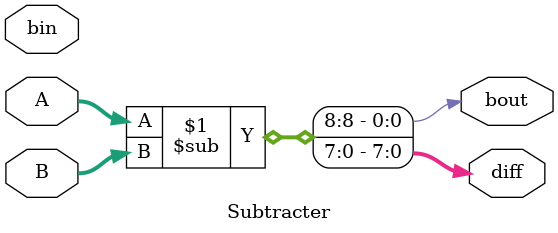
<source format=sv>
`default_nettype none

module Decoder
    (input logic [2:0] I,
     input logic   en,
     output logic [7:0] D);

     always_comb begin
         if (en)
             D = 8'b1 << I;
         else
             D = 8'b0;
     end

endmodule : Decoder

module BarrelShifter
    (input logic [15:0] V,
     input logic   [3:0] by,
     output logic [15:0] S);

     always_comb begin
          S = V << by;
     end

endmodule : BarrelShifter

module Multiplexer
    (input logic [7:0] I,
     input logic [2:0] S,
     output logic Y);

    always_comb begin
        Y = I[S];
    end

endmodule : Multiplexer

module Mux2to1
    (input logic [7:0] I0,
     input logic [7:0] I1,
     input logic        S,
     output logic [7:0] Y);

        assign Y = (S) ? I1 : I0;

endmodule : Mux2to1

module MagComp
    (input logic [7:0] A,
     input logic [7:0] B,
     output logic AltB,
     output logic AeqB,
     output logic AgtB);

    always_comb begin
        AeqB = (A === B);
        AltB = (A < B);
        AgtB = (A > B);

    end

endmodule : MagComp

module Comparator
    (input logic [3:0] A,
     input logic [3:0] B,
     output logic AeqB);

    assign AeqB = (A === B);

endmodule : Comparator

module Adder
    (output logic cout,
     input logic cin,
     output logic [7:0] sum,
     input logic [7:0] A,
     input logic [7:0] B);

    assign {cout, sum} = A + B;

endmodule : Adder

module Subtracter
    (output logic bout,
     input logic bin,
     output logic [7:0] diff,
     input logic [7:0] A,
     input logic [7:0] B);

    assign {bout, diff} = A - B;

endmodule : Subtracter

</source>
